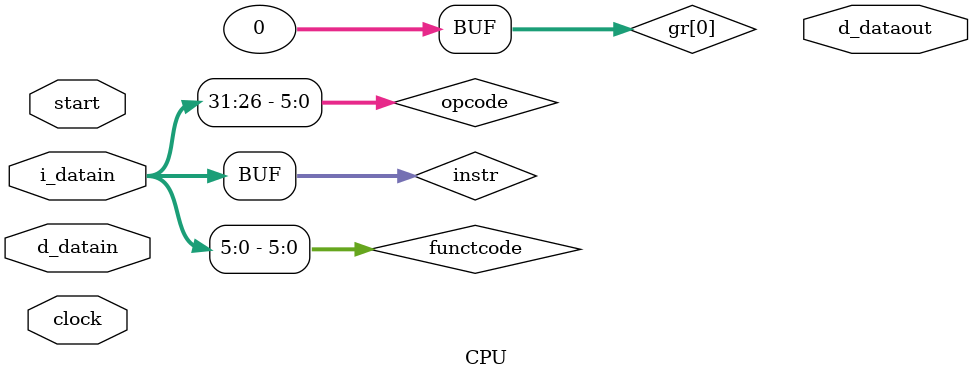
<source format=v>
`timescale 1ns / 1ps


module CPU(
    input wire clock,
    input wire start,
    input [31:0] i_datain,
    input wire [31:0] d_datain,
    output wire [31:0] d_dataout
    );

    reg [31:0]gr[7:0];//[31:0]for 32bit MIPS processor
    reg [15:0]pc = 32'h00000000;

    reg [31:0]instr;
    reg [31:0]reg_A;
    reg [31:0]reg_B;
    reg [31:0]reg_C;
    reg [31:0]reg_C1;

    reg [5:0]opcode;
    reg [5:0]functcode;

always @(start)
    begin
        gr[0] = 32'h0000_0000;
    end

//sequential logic
always @(posedge clock)
	begin
        //pc
        pc <= pc + 32'h00000004;
        //Use if sentences to implement the multiplexier
    end

//combinational logic
always @(pc)
    begin
        instr = i_datain;
        //About Project 3
        //control unit
        opcode = instr[31:26];
        functcode = instr[5:0];
        //Please set the ALUControl with your own code.

        //reg_A and reg_B
        //lw
        if (opcode == 6'b100011)
        begin
            reg_A = gr[instr[25:21]];
            reg_B = instr[15:0];//sign extension of imm number
        end

        //R-type instruction (add etc.)
        else if (opcode == 6'b000000)
        begin
            reg_A = gr[instr[25:21]];
            reg_B = gr[instr[20:16]];
        end
        //You should do extension of this part of code with the ALU you have finished in project 3.

        //reg_C
        //lw, add, etc.
        if (opcode == 6'b100011 || opcode == 6'b000000)//Use ALUControl here after changing the control unit's code.
        reg_C = reg_A + reg_B;

        //reg_C1(Result)
        //lw, add, etc.
        if (opcode == 6'b100011)
        begin
            reg_C1 = d_datain[31:0];
        end
        //add, etc.
        else if (opcode == 6'b000000)
            reg_C1 = reg_C;
        
        //write back to general registers
        if (opcode == 6'b100011)
            gr[instr[20:16]] = reg_C1;
        else if (opcode == 6'b000000)
            gr[instr[15:11]] = reg_C1;
        //Use the RegWrite(Output of Ctrl Unit) to select.

    end


endmodule
                

</source>
